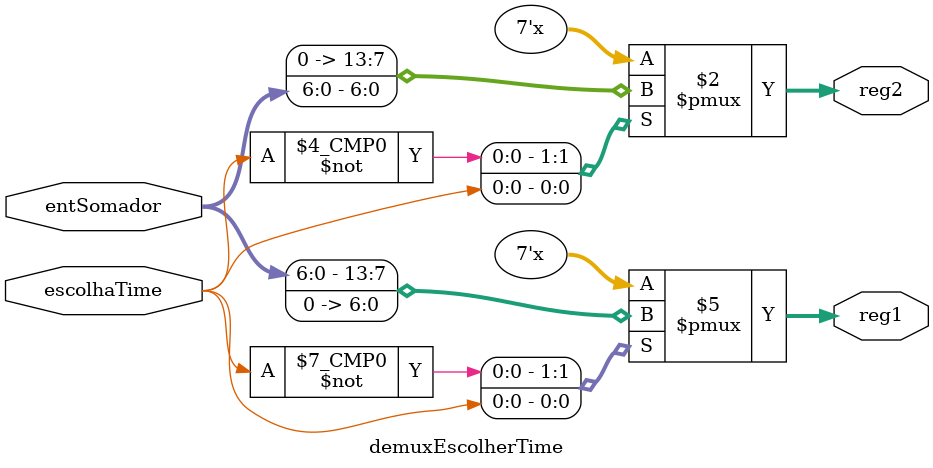
<source format=v>
module demuxEscolherTime (entSomador, escolhaTime, reg1, reg2);
	
	input [6:0] entSomador;
	input escolhaTime;
	output reg [6:0] reg1, reg2;
	
	always @* begin
		case (escolhaTime)
			1'b0 : begin reg1 = entSomador; reg2 = 7'b0000000; end
			1'b1 : begin reg2 = entSomador; reg1 = 7'b0000000; end
		endcase 
	end
	
endmodule 
</source>
